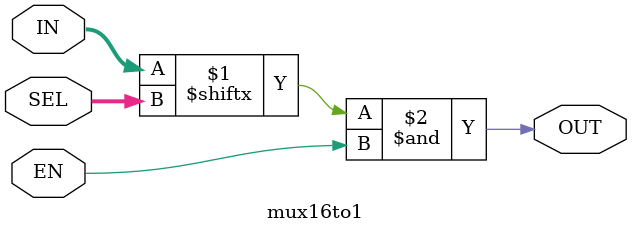
<source format=v>


module CrossPoint_SW(
input 	[3:0]SEL,
input 	WMP_CTS1,
input 	GPS_TXD,
input 	RS232_TX,
input 	WMP_RXD2,
input 	WMP_RXD1,
input 	VBI_TX,
input 	RS232_RTS,
input 	PUR,
output 	RS232_CTS,
output 	GPS_RXD,
output 	RS232_RX,
output 	WMP_TXD2,
output 	WMP_TXD1,
output 	WMP_RTS1,
output 	VBI_RX
);

//Debug port clear to send
wire [15:0]IN1;
assign IN1[3:0] = 0;
assign IN1[4] = WMP_CTS1;
assign IN1[11:5] = 0;
assign IN1[12] = WMP_CTS1;
assign IN1[13] = 0;
assign IN1[14] = WMP_CTS1;
assign IN1[15] = 0;

mux16to1 	b2v_inst67(
	.EN(PUR),
	.SEL(SEL),
	.IN(IN1),
	.OUT(RS232_CTS)
	);
	
//Vehicle bus receive data
wire [15:0]IN2;
assign IN2[0] = RS232_TX;
assign IN2[1] = WMP_RXD1;
assign IN2[2] = WMP_RXD1;
assign IN2[6:3] = 0;
assign IN2[7] = WMP_RXD1;
assign IN2[8] = RS232_TX;
assign IN2[9] = WMP_RXD1;
assign IN2[10] = WMP_RXD1;
assign IN2[11] = WMP_RXD1;
assign IN2[12] = 0;
assign IN2[13] = WMP_RXD1;
assign IN2[14] = WMP_RXD1;
assign IN2[15] = WMP_RXD1;

mux16to1 	b2v_inst68(
	.EN(PUR),
	.SEL(SEL),
	.IN(IN2),
	.OUT(VBI_RX)
	);
	
//Debug port receive data
wire [15:0]IN3;
assign IN3[0] = VBI_TX;
assign IN3[1] = 0;
assign IN3[2] = GPS_TXD;
assign IN3[3] = WMP_RXD1;
assign IN3[4] = WMP_RXD1;
assign IN3[6:5] = 0;
assign IN3[7] = WMP_RXD1;
assign IN3[8] = VBI_TX;
assign IN3[9] = 0;
assign IN3[10] = GPS_TXD;
assign IN3[11] = GPS_TXD;
assign IN3[12] = WMP_RXD1;
assign IN3[13] = GPS_TXD;
assign IN3[14] = WMP_RXD1 & VBI_TX;
assign IN3[15] = WMP_RXD1;

mux16to1 	b2v_inst69(			
	.EN(PUR),
	.SEL(SEL),
	.IN(IN3),
	.OUT(RS232_RX)
	);

//WMP request to send port 1
wire [15:0]IN4;
assign IN4[3:0] = 0;
assign IN4[4] = RS232_RTS;
assign IN4[11:5] = 0;
assign IN4[12] = RS232_RTS;
assign IN4[13] = 0;
assign IN4[14] = RS232_RTS;
assign IN4[15] = 0;

mux16to1 	b2v_inst71(			
	.EN(PUR),
	.SEL(SEL),
	.IN(IN4),
	.OUT(WMP_RTS1)
	);

//GPS receive data
wire [15:0]IN5;
assign IN5[0] = 0;
assign IN5[1] = WMP_RXD2;
assign IN5[2] = WMP_RXD2;
assign IN5[3] = 0;
assign IN5[4] = WMP_RXD2;
assign IN5[6:5] = 0;
assign IN5[7] = WMP_RXD2;
assign IN5[8] = 0;
assign IN5[9] = WMP_RXD2;
assign IN5[10] = RS232_TX;
assign IN5[11] = RS232_TX;
assign IN5[12] = WMP_RXD2;
assign IN5[13] = WMP_RXD2;
assign IN5[14] = WMP_RXD2;
assign IN5[15] = WMP_RXD2;

mux16to1 	b2v_inst72(			
	.EN(PUR),
	.SEL(SEL),
	.IN(IN5),
	.OUT(GPS_RXD));
	
//WMP transmit data port 2
wire [15:0]IN6;
assign IN6[0] = 0;
assign IN6[1] = GPS_TXD;
assign IN6[2] = GPS_TXD;
assign IN6[3] = RS232_TX;
assign IN6[4] = GPS_TXD;
assign IN6[6:5] = 0;
assign IN6[7] = GPS_TXD;
assign IN6[8] = 0;
assign IN6[9] = GPS_TXD;
assign IN6[10] = RS232_TX;
assign IN6[11] = RS232_TX;
assign IN6[12] = GPS_TXD;
assign IN6[13] = GPS_TXD;
assign IN6[14] = GPS_TXD;
assign IN6[15] = GPS_TXD;

mux16to1 	b2v_inst73(			
	.EN(PUR),
	.SEL(SEL),
	.IN(IN6),
	.OUT(WMP_TXD2));
	
//WMP transmit data port 1
wire [15:0]IN7;
assign IN7[0] = 0;
assign IN7[1] = VBI_TX;
assign IN7[2] = VBI_TX;
assign IN7[3] = VBI_TX;
assign IN7[4] = RS232_TX;
assign IN7[6:5] = 0;
assign IN7[7] = VBI_TX;
assign IN7[8] = 0;
assign IN7[9] = VBI_TX;
assign IN7[10] = VBI_TX;
assign IN7[11] = VBI_TX;
assign IN7[12] = RS232_TX;
assign IN7[13] = VBI_TX;
assign IN7[14] = RS232_TX;
assign IN7[15] = VBI_TX;

mux16to1 	b2v_inst80(			
	.EN(PUR),
	.SEL(SEL),
	.IN(IN7),
	.OUT(WMP_TXD1));

endmodule

module mux16to1(
input		EN,						//Enable (active HIGH), OUT is LOW is EN is LOW
input		[3:0]	SEL,
input		[15:0] IN,
output			OUT
);

assign OUT = IN[SEL] & EN;

endmodule

</source>
